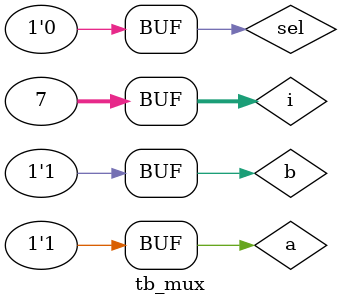
<source format=v>
module tb_mux; 
		reg a,b,sel;
		wire c;
		integer i;

mux uut ( .a(a),.b(b),.sel(sel),.c(c));

initial begin 
   a = 0;
   b = 0;
   sel = 0;

   for (i = 0; i < 7 ; i = i + 1) begin
	{a,b,sel}=i;
	#10;
end
end
initial begin 
	$dumpfile("out_mux.vcd");
	$dumpvars(0,tb_mux);
	$monitor(" a=%0b b=%0b sel=%0b c=%0b",a,b,sel,c);
end
endmodule
	


</source>
